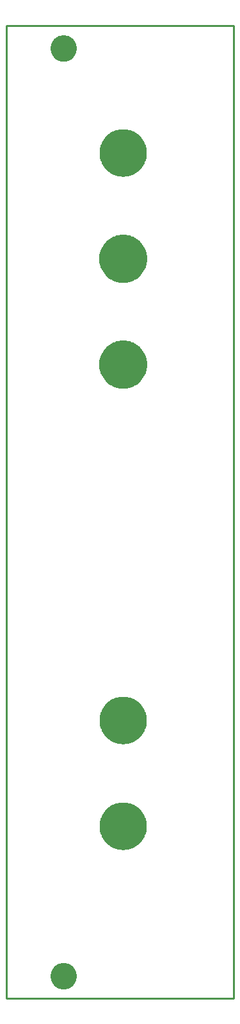
<source format=gbr>
G04 EAGLE Gerber RS-274X export*
G75*
%MOMM*%
%FSLAX34Y34*%
%LPD*%
%IN*%
%IPPOS*%
%AMOC8*
5,1,8,0,0,1.08239X$1,22.5*%
G01*
%ADD10C,3.200000*%
%ADD11C,6.000000*%
%ADD12C,6.100000*%
%ADD13C,0.254000*%


D10*
X75000Y30000D03*
X75000Y1255000D03*
D11*
X153690Y1117047D03*
D12*
X153690Y977347D03*
X153690Y837647D03*
D11*
X153690Y228047D03*
X153690Y367747D03*
D13*
X0Y0D02*
X300000Y0D01*
X300000Y1285000D01*
X0Y1285000D01*
X0Y0D01*
X91000Y29476D02*
X91000Y30524D01*
X90932Y31569D01*
X90795Y32608D01*
X90590Y33635D01*
X90319Y34647D01*
X89983Y35639D01*
X89582Y36607D01*
X89118Y37546D01*
X88595Y38454D01*
X88013Y39325D01*
X87375Y40156D01*
X86684Y40943D01*
X85943Y41684D01*
X85156Y42375D01*
X84325Y43013D01*
X83454Y43595D01*
X82546Y44118D01*
X81607Y44582D01*
X80639Y44983D01*
X79647Y45319D01*
X78635Y45590D01*
X77608Y45795D01*
X76569Y45932D01*
X75524Y46000D01*
X74476Y46000D01*
X73431Y45932D01*
X72392Y45795D01*
X71365Y45590D01*
X70353Y45319D01*
X69361Y44983D01*
X68393Y44582D01*
X67454Y44118D01*
X66546Y43595D01*
X65675Y43013D01*
X64844Y42375D01*
X64057Y41684D01*
X63316Y40943D01*
X62625Y40156D01*
X61988Y39325D01*
X61406Y38454D01*
X60882Y37546D01*
X60418Y36607D01*
X60017Y35639D01*
X59681Y34647D01*
X59410Y33635D01*
X59205Y32608D01*
X59069Y31569D01*
X59000Y30524D01*
X59000Y29476D01*
X59069Y28431D01*
X59205Y27392D01*
X59410Y26365D01*
X59681Y25353D01*
X60017Y24361D01*
X60418Y23393D01*
X60882Y22454D01*
X61406Y21546D01*
X61988Y20675D01*
X62625Y19844D01*
X63316Y19057D01*
X64057Y18316D01*
X64844Y17625D01*
X65675Y16988D01*
X66546Y16406D01*
X67454Y15882D01*
X68393Y15418D01*
X69361Y15017D01*
X70353Y14681D01*
X71365Y14410D01*
X72392Y14205D01*
X73431Y14069D01*
X74476Y14000D01*
X75524Y14000D01*
X76569Y14069D01*
X77608Y14205D01*
X78635Y14410D01*
X79647Y14681D01*
X80639Y15017D01*
X81607Y15418D01*
X82546Y15882D01*
X83454Y16406D01*
X84325Y16988D01*
X85156Y17625D01*
X85943Y18316D01*
X86684Y19057D01*
X87375Y19844D01*
X88013Y20675D01*
X88595Y21546D01*
X89118Y22454D01*
X89582Y23393D01*
X89983Y24361D01*
X90319Y25353D01*
X90590Y26365D01*
X90795Y27392D01*
X90932Y28431D01*
X91000Y29476D01*
X91000Y1254476D02*
X91000Y1255524D01*
X90932Y1256569D01*
X90795Y1257608D01*
X90590Y1258635D01*
X90319Y1259647D01*
X89983Y1260639D01*
X89582Y1261607D01*
X89118Y1262546D01*
X88595Y1263454D01*
X88013Y1264325D01*
X87375Y1265156D01*
X86684Y1265943D01*
X85943Y1266684D01*
X85156Y1267375D01*
X84325Y1268013D01*
X83454Y1268595D01*
X82546Y1269118D01*
X81607Y1269582D01*
X80639Y1269983D01*
X79647Y1270319D01*
X78635Y1270590D01*
X77608Y1270795D01*
X76569Y1270932D01*
X75524Y1271000D01*
X74476Y1271000D01*
X73431Y1270932D01*
X72392Y1270795D01*
X71365Y1270590D01*
X70353Y1270319D01*
X69361Y1269983D01*
X68393Y1269582D01*
X67454Y1269118D01*
X66546Y1268595D01*
X65675Y1268013D01*
X64844Y1267375D01*
X64057Y1266684D01*
X63316Y1265943D01*
X62625Y1265156D01*
X61988Y1264325D01*
X61406Y1263454D01*
X60882Y1262546D01*
X60418Y1261607D01*
X60017Y1260639D01*
X59681Y1259647D01*
X59410Y1258635D01*
X59205Y1257608D01*
X59069Y1256569D01*
X59000Y1255524D01*
X59000Y1254476D01*
X59069Y1253431D01*
X59205Y1252392D01*
X59410Y1251365D01*
X59681Y1250353D01*
X60017Y1249361D01*
X60418Y1248393D01*
X60882Y1247454D01*
X61406Y1246546D01*
X61988Y1245675D01*
X62625Y1244844D01*
X63316Y1244057D01*
X64057Y1243316D01*
X64844Y1242625D01*
X65675Y1241988D01*
X66546Y1241406D01*
X67454Y1240882D01*
X68393Y1240418D01*
X69361Y1240017D01*
X70353Y1239681D01*
X71365Y1239410D01*
X72392Y1239205D01*
X73431Y1239069D01*
X74476Y1239000D01*
X75524Y1239000D01*
X76569Y1239069D01*
X77608Y1239205D01*
X78635Y1239410D01*
X79647Y1239681D01*
X80639Y1240017D01*
X81607Y1240418D01*
X82546Y1240882D01*
X83454Y1241406D01*
X84325Y1241988D01*
X85156Y1242625D01*
X85943Y1243316D01*
X86684Y1244057D01*
X87375Y1244844D01*
X88013Y1245675D01*
X88595Y1246546D01*
X89118Y1247454D01*
X89582Y1248393D01*
X89983Y1249361D01*
X90319Y1250353D01*
X90590Y1251365D01*
X90795Y1252392D01*
X90932Y1253431D01*
X91000Y1254476D01*
X183690Y1116310D02*
X183690Y1117783D01*
X183618Y1119254D01*
X183474Y1120720D01*
X183257Y1122177D01*
X182970Y1123622D01*
X182612Y1125050D01*
X182185Y1126460D01*
X181688Y1127847D01*
X181125Y1129208D01*
X180495Y1130539D01*
X179801Y1131838D01*
X179043Y1133101D01*
X178225Y1134326D01*
X177348Y1135509D01*
X176413Y1136648D01*
X175424Y1137739D01*
X174383Y1138781D01*
X173291Y1139770D01*
X172153Y1140704D01*
X170970Y1141582D01*
X169745Y1142400D01*
X168482Y1143157D01*
X167183Y1143851D01*
X165851Y1144481D01*
X164490Y1145045D01*
X163103Y1145541D01*
X161694Y1145969D01*
X160265Y1146326D01*
X158821Y1146614D01*
X157364Y1146830D01*
X155898Y1146974D01*
X154427Y1147047D01*
X152954Y1147047D01*
X151483Y1146974D01*
X150017Y1146830D01*
X148560Y1146614D01*
X147115Y1146326D01*
X145686Y1145969D01*
X144277Y1145541D01*
X142890Y1145045D01*
X141529Y1144481D01*
X140198Y1143851D01*
X138899Y1143157D01*
X137635Y1142400D01*
X136411Y1141582D01*
X135228Y1140704D01*
X134089Y1139770D01*
X132998Y1138781D01*
X131956Y1137739D01*
X130967Y1136648D01*
X130033Y1135509D01*
X129155Y1134326D01*
X128337Y1133101D01*
X127580Y1131838D01*
X126885Y1130539D01*
X126256Y1129208D01*
X125692Y1127847D01*
X125196Y1126460D01*
X124768Y1125050D01*
X124410Y1123622D01*
X124123Y1122177D01*
X123907Y1120720D01*
X123762Y1119254D01*
X123690Y1117783D01*
X123690Y1116310D01*
X123762Y1114839D01*
X123907Y1113373D01*
X124123Y1111916D01*
X124410Y1110472D01*
X124768Y1109043D01*
X125196Y1107633D01*
X125692Y1106247D01*
X126256Y1104886D01*
X126885Y1103554D01*
X127580Y1102255D01*
X128337Y1100992D01*
X129155Y1099767D01*
X130033Y1098584D01*
X130967Y1097446D01*
X131956Y1096354D01*
X132998Y1095313D01*
X134089Y1094324D01*
X135228Y1093389D01*
X136411Y1092512D01*
X137635Y1091693D01*
X138899Y1090936D01*
X140198Y1090242D01*
X141529Y1089612D01*
X142890Y1089048D01*
X144277Y1088552D01*
X145686Y1088125D01*
X147115Y1087767D01*
X148560Y1087479D01*
X150017Y1087263D01*
X151483Y1087119D01*
X152954Y1087047D01*
X154427Y1087047D01*
X155898Y1087119D01*
X157364Y1087263D01*
X158821Y1087479D01*
X160265Y1087767D01*
X161694Y1088125D01*
X163103Y1088552D01*
X164490Y1089048D01*
X165851Y1089612D01*
X167183Y1090242D01*
X168482Y1090936D01*
X169745Y1091693D01*
X170970Y1092512D01*
X172153Y1093389D01*
X173291Y1094324D01*
X174383Y1095313D01*
X175424Y1096354D01*
X176413Y1097446D01*
X177348Y1098584D01*
X178225Y1099767D01*
X179043Y1100992D01*
X179801Y1102255D01*
X180495Y1103554D01*
X181125Y1104886D01*
X181688Y1106247D01*
X182185Y1107633D01*
X182612Y1109043D01*
X182970Y1110472D01*
X183257Y1111916D01*
X183474Y1113373D01*
X183618Y1114839D01*
X183690Y1116310D01*
X184190Y976598D02*
X184190Y978095D01*
X184117Y979591D01*
X183970Y981081D01*
X183750Y982563D01*
X183458Y984031D01*
X183094Y985484D01*
X182660Y986917D01*
X182155Y988327D01*
X181582Y989710D01*
X180942Y991064D01*
X180236Y992385D01*
X179466Y993669D01*
X178634Y994914D01*
X177742Y996117D01*
X176792Y997274D01*
X175786Y998384D01*
X174728Y999443D01*
X173618Y1000448D01*
X172460Y1001398D01*
X171258Y1002290D01*
X170013Y1003122D01*
X168728Y1003892D01*
X167407Y1004598D01*
X166054Y1005238D01*
X164670Y1005811D01*
X163260Y1006316D01*
X161827Y1006751D01*
X160375Y1007114D01*
X158906Y1007407D01*
X157425Y1007626D01*
X155935Y1007773D01*
X154439Y1007847D01*
X152941Y1007847D01*
X151446Y1007773D01*
X149956Y1007626D01*
X148474Y1007407D01*
X147006Y1007114D01*
X145553Y1006751D01*
X144120Y1006316D01*
X142710Y1005811D01*
X141327Y1005238D01*
X139973Y1004598D01*
X138652Y1003892D01*
X137368Y1003122D01*
X136123Y1002290D01*
X134920Y1001398D01*
X133762Y1000448D01*
X132653Y999443D01*
X131594Y998384D01*
X130588Y997274D01*
X129638Y996117D01*
X128746Y994914D01*
X127914Y993669D01*
X127145Y992385D01*
X126439Y991064D01*
X125798Y989710D01*
X125225Y988327D01*
X124721Y986917D01*
X124286Y985484D01*
X123922Y984031D01*
X123630Y982563D01*
X123410Y981081D01*
X123264Y979591D01*
X123190Y978095D01*
X123190Y976598D01*
X123264Y975102D01*
X123410Y973612D01*
X123630Y972131D01*
X123922Y970662D01*
X124286Y969209D01*
X124721Y967776D01*
X125225Y966367D01*
X125798Y964983D01*
X126439Y963629D01*
X127145Y962309D01*
X127914Y961024D01*
X128746Y959779D01*
X129638Y958576D01*
X130588Y957419D01*
X131594Y956309D01*
X132653Y955250D01*
X133762Y954245D01*
X134920Y953295D01*
X136123Y952403D01*
X137368Y951571D01*
X138652Y950801D01*
X139973Y950095D01*
X141327Y949455D01*
X142710Y948882D01*
X144120Y948377D01*
X145553Y947943D01*
X147006Y947579D01*
X148474Y947287D01*
X149956Y947067D01*
X151446Y946920D01*
X152941Y946847D01*
X154439Y946847D01*
X155935Y946920D01*
X157425Y947067D01*
X158906Y947287D01*
X160375Y947579D01*
X161827Y947943D01*
X163260Y948377D01*
X164670Y948882D01*
X166054Y949455D01*
X167407Y950095D01*
X168728Y950801D01*
X170013Y951571D01*
X171258Y952403D01*
X172460Y953295D01*
X173618Y954245D01*
X174728Y955250D01*
X175786Y956309D01*
X176792Y957419D01*
X177742Y958576D01*
X178634Y959779D01*
X179466Y961024D01*
X180236Y962309D01*
X180942Y963629D01*
X181582Y964983D01*
X182155Y966367D01*
X182660Y967776D01*
X183094Y969209D01*
X183458Y970662D01*
X183750Y972131D01*
X183970Y973612D01*
X184117Y975102D01*
X184190Y976598D01*
X184190Y836898D02*
X184190Y838395D01*
X184117Y839891D01*
X183970Y841381D01*
X183750Y842863D01*
X183458Y844331D01*
X183094Y845784D01*
X182660Y847217D01*
X182155Y848627D01*
X181582Y850010D01*
X180942Y851364D01*
X180236Y852685D01*
X179466Y853969D01*
X178634Y855214D01*
X177742Y856417D01*
X176792Y857574D01*
X175786Y858684D01*
X174728Y859743D01*
X173618Y860748D01*
X172460Y861698D01*
X171258Y862590D01*
X170013Y863422D01*
X168728Y864192D01*
X167407Y864898D01*
X166054Y865538D01*
X164670Y866111D01*
X163260Y866616D01*
X161827Y867051D01*
X160375Y867414D01*
X158906Y867707D01*
X157425Y867926D01*
X155935Y868073D01*
X154439Y868147D01*
X152941Y868147D01*
X151446Y868073D01*
X149956Y867926D01*
X148474Y867707D01*
X147006Y867414D01*
X145553Y867051D01*
X144120Y866616D01*
X142710Y866111D01*
X141327Y865538D01*
X139973Y864898D01*
X138652Y864192D01*
X137368Y863422D01*
X136123Y862590D01*
X134920Y861698D01*
X133762Y860748D01*
X132653Y859743D01*
X131594Y858684D01*
X130588Y857574D01*
X129638Y856417D01*
X128746Y855214D01*
X127914Y853969D01*
X127145Y852685D01*
X126439Y851364D01*
X125798Y850010D01*
X125225Y848627D01*
X124721Y847217D01*
X124286Y845784D01*
X123922Y844331D01*
X123630Y842863D01*
X123410Y841381D01*
X123264Y839891D01*
X123190Y838395D01*
X123190Y836898D01*
X123264Y835402D01*
X123410Y833912D01*
X123630Y832431D01*
X123922Y830962D01*
X124286Y829509D01*
X124721Y828076D01*
X125225Y826667D01*
X125798Y825283D01*
X126439Y823929D01*
X127145Y822609D01*
X127914Y821324D01*
X128746Y820079D01*
X129638Y818876D01*
X130588Y817719D01*
X131594Y816609D01*
X132653Y815550D01*
X133762Y814545D01*
X134920Y813595D01*
X136123Y812703D01*
X137368Y811871D01*
X138652Y811101D01*
X139973Y810395D01*
X141327Y809755D01*
X142710Y809182D01*
X144120Y808677D01*
X145553Y808243D01*
X147006Y807879D01*
X148474Y807587D01*
X149956Y807367D01*
X151446Y807220D01*
X152941Y807147D01*
X154439Y807147D01*
X155935Y807220D01*
X157425Y807367D01*
X158906Y807587D01*
X160375Y807879D01*
X161827Y808243D01*
X163260Y808677D01*
X164670Y809182D01*
X166054Y809755D01*
X167407Y810395D01*
X168728Y811101D01*
X170013Y811871D01*
X171258Y812703D01*
X172460Y813595D01*
X173618Y814545D01*
X174728Y815550D01*
X175786Y816609D01*
X176792Y817719D01*
X177742Y818876D01*
X178634Y820079D01*
X179466Y821324D01*
X180236Y822609D01*
X180942Y823929D01*
X181582Y825283D01*
X182155Y826667D01*
X182660Y828076D01*
X183094Y829509D01*
X183458Y830962D01*
X183750Y832431D01*
X183970Y833912D01*
X184117Y835402D01*
X184190Y836898D01*
X183690Y227310D02*
X183690Y228783D01*
X183618Y230254D01*
X183474Y231720D01*
X183257Y233177D01*
X182970Y234622D01*
X182612Y236050D01*
X182185Y237460D01*
X181688Y238847D01*
X181125Y240208D01*
X180495Y241539D01*
X179801Y242838D01*
X179043Y244101D01*
X178225Y245326D01*
X177348Y246509D01*
X176413Y247648D01*
X175424Y248739D01*
X174383Y249781D01*
X173291Y250770D01*
X172153Y251704D01*
X170970Y252582D01*
X169745Y253400D01*
X168482Y254157D01*
X167183Y254851D01*
X165851Y255481D01*
X164490Y256045D01*
X163103Y256541D01*
X161694Y256969D01*
X160265Y257326D01*
X158821Y257614D01*
X157364Y257830D01*
X155898Y257974D01*
X154427Y258047D01*
X152954Y258047D01*
X151483Y257974D01*
X150017Y257830D01*
X148560Y257614D01*
X147115Y257326D01*
X145686Y256969D01*
X144277Y256541D01*
X142890Y256045D01*
X141529Y255481D01*
X140198Y254851D01*
X138899Y254157D01*
X137635Y253400D01*
X136411Y252582D01*
X135228Y251704D01*
X134089Y250770D01*
X132998Y249781D01*
X131956Y248739D01*
X130967Y247648D01*
X130033Y246509D01*
X129155Y245326D01*
X128337Y244101D01*
X127580Y242838D01*
X126885Y241539D01*
X126256Y240208D01*
X125692Y238847D01*
X125196Y237460D01*
X124768Y236050D01*
X124410Y234622D01*
X124123Y233177D01*
X123907Y231720D01*
X123762Y230254D01*
X123690Y228783D01*
X123690Y227310D01*
X123762Y225839D01*
X123907Y224373D01*
X124123Y222916D01*
X124410Y221472D01*
X124768Y220043D01*
X125196Y218633D01*
X125692Y217247D01*
X126256Y215886D01*
X126885Y214554D01*
X127580Y213255D01*
X128337Y211992D01*
X129155Y210767D01*
X130033Y209584D01*
X130967Y208446D01*
X131956Y207354D01*
X132998Y206313D01*
X134089Y205324D01*
X135228Y204389D01*
X136411Y203512D01*
X137635Y202693D01*
X138899Y201936D01*
X140198Y201242D01*
X141529Y200612D01*
X142890Y200048D01*
X144277Y199552D01*
X145686Y199125D01*
X147115Y198767D01*
X148560Y198479D01*
X150017Y198263D01*
X151483Y198119D01*
X152954Y198047D01*
X154427Y198047D01*
X155898Y198119D01*
X157364Y198263D01*
X158821Y198479D01*
X160265Y198767D01*
X161694Y199125D01*
X163103Y199552D01*
X164490Y200048D01*
X165851Y200612D01*
X167183Y201242D01*
X168482Y201936D01*
X169745Y202693D01*
X170970Y203512D01*
X172153Y204389D01*
X173291Y205324D01*
X174383Y206313D01*
X175424Y207354D01*
X176413Y208446D01*
X177348Y209584D01*
X178225Y210767D01*
X179043Y211992D01*
X179801Y213255D01*
X180495Y214554D01*
X181125Y215886D01*
X181688Y217247D01*
X182185Y218633D01*
X182612Y220043D01*
X182970Y221472D01*
X183257Y222916D01*
X183474Y224373D01*
X183618Y225839D01*
X183690Y227310D01*
X183690Y367010D02*
X183690Y368483D01*
X183618Y369954D01*
X183474Y371420D01*
X183257Y372877D01*
X182970Y374322D01*
X182612Y375750D01*
X182185Y377160D01*
X181688Y378547D01*
X181125Y379908D01*
X180495Y381239D01*
X179801Y382538D01*
X179043Y383801D01*
X178225Y385026D01*
X177348Y386209D01*
X176413Y387348D01*
X175424Y388439D01*
X174383Y389481D01*
X173291Y390470D01*
X172153Y391404D01*
X170970Y392282D01*
X169745Y393100D01*
X168482Y393857D01*
X167183Y394551D01*
X165851Y395181D01*
X164490Y395745D01*
X163103Y396241D01*
X161694Y396669D01*
X160265Y397026D01*
X158821Y397314D01*
X157364Y397530D01*
X155898Y397674D01*
X154427Y397747D01*
X152954Y397747D01*
X151483Y397674D01*
X150017Y397530D01*
X148560Y397314D01*
X147115Y397026D01*
X145686Y396669D01*
X144277Y396241D01*
X142890Y395745D01*
X141529Y395181D01*
X140198Y394551D01*
X138899Y393857D01*
X137635Y393100D01*
X136411Y392282D01*
X135228Y391404D01*
X134089Y390470D01*
X132998Y389481D01*
X131956Y388439D01*
X130967Y387348D01*
X130033Y386209D01*
X129155Y385026D01*
X128337Y383801D01*
X127580Y382538D01*
X126885Y381239D01*
X126256Y379908D01*
X125692Y378547D01*
X125196Y377160D01*
X124768Y375750D01*
X124410Y374322D01*
X124123Y372877D01*
X123907Y371420D01*
X123762Y369954D01*
X123690Y368483D01*
X123690Y367010D01*
X123762Y365539D01*
X123907Y364073D01*
X124123Y362616D01*
X124410Y361172D01*
X124768Y359743D01*
X125196Y358333D01*
X125692Y356947D01*
X126256Y355586D01*
X126885Y354254D01*
X127580Y352955D01*
X128337Y351692D01*
X129155Y350467D01*
X130033Y349284D01*
X130967Y348146D01*
X131956Y347054D01*
X132998Y346013D01*
X134089Y345024D01*
X135228Y344089D01*
X136411Y343212D01*
X137635Y342393D01*
X138899Y341636D01*
X140198Y340942D01*
X141529Y340312D01*
X142890Y339748D01*
X144277Y339252D01*
X145686Y338825D01*
X147115Y338467D01*
X148560Y338179D01*
X150017Y337963D01*
X151483Y337819D01*
X152954Y337747D01*
X154427Y337747D01*
X155898Y337819D01*
X157364Y337963D01*
X158821Y338179D01*
X160265Y338467D01*
X161694Y338825D01*
X163103Y339252D01*
X164490Y339748D01*
X165851Y340312D01*
X167183Y340942D01*
X168482Y341636D01*
X169745Y342393D01*
X170970Y343212D01*
X172153Y344089D01*
X173291Y345024D01*
X174383Y346013D01*
X175424Y347054D01*
X176413Y348146D01*
X177348Y349284D01*
X178225Y350467D01*
X179043Y351692D01*
X179801Y352955D01*
X180495Y354254D01*
X181125Y355586D01*
X181688Y356947D01*
X182185Y358333D01*
X182612Y359743D01*
X182970Y361172D01*
X183257Y362616D01*
X183474Y364073D01*
X183618Y365539D01*
X183690Y367010D01*
M02*

</source>
